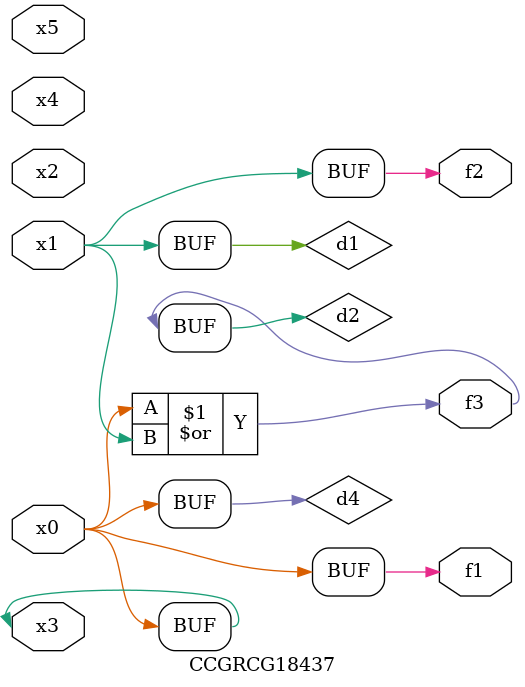
<source format=v>
module CCGRCG18437(
	input x0, x1, x2, x3, x4, x5,
	output f1, f2, f3
);

	wire d1, d2, d3, d4;

	and (d1, x1);
	or (d2, x0, x1);
	nand (d3, x0, x5);
	buf (d4, x0, x3);
	assign f1 = d4;
	assign f2 = d1;
	assign f3 = d2;
endmodule

</source>
